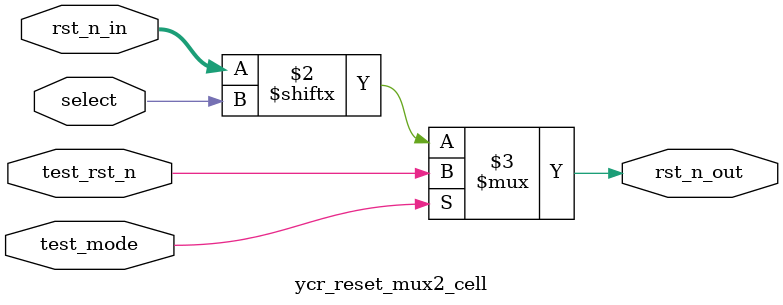
<source format=sv>

module ycr_reset_buf_cell (
    input   logic           rst_n,
    input   logic           clk,
    input   logic           test_mode,
    input   logic           test_rst_n,
    input   logic           reset_n_in,
    output  logic           reset_n_out,
    output  logic           reset_n_status
);

logic       reset_n_ff;
logic       reset_n_status_ff;
logic       rst_n_mux;

assign rst_n_mux = (test_mode == 1'b1) ? test_rst_n : rst_n;

always_ff @(negedge rst_n_mux, posedge clk) begin
    if (~rst_n_mux) begin
        reset_n_ff <= 1'b0;
    end else begin
        reset_n_ff <= reset_n_in;
    end
end

assign reset_n_out = (test_mode == 1'b1) ? test_rst_n : reset_n_ff;

always_ff @(negedge rst_n_mux, posedge clk) begin
    if (~rst_n_mux) begin
        reset_n_status_ff <= 1'b0;
    end else begin
        reset_n_status_ff <= reset_n_in;
    end
end
assign reset_n_status = reset_n_status_ff;

endmodule : ycr_reset_buf_cell

//--------------------------------------------------------------------
// Reset CDC Synchronization Cell
//--------------------------------------------------------------------
module ycr_reset_sync_cell #(
    parameter int unsigned STAGES_AMOUNT = 2
) (
    input   logic           rst_n,
    input   logic           clk,
    input   logic           test_rst_n,
    input   logic           test_mode,
    input   logic           rst_n_in,
    output  logic           rst_n_out
);

logic [STAGES_AMOUNT-1:0]   rst_n_dff;
logic                       local_rst_n_in;

assign local_rst_n_in = (test_mode == 1'b1) ? test_rst_n : rst_n;

generate

if (STAGES_AMOUNT == 1)

begin : gen_reset_sync_cell_single
    always_ff @(negedge local_rst_n_in, posedge clk) begin
        if (~local_rst_n_in) begin
            rst_n_dff <= 1'b0;
        end else begin
            rst_n_dff <= rst_n_in;
        end
    end
end : gen_reset_sync_cell_single

else // STAGES_AMOUNT > 1

begin : gen_reset_sync_cell_multi
    always_ff @(negedge local_rst_n_in, posedge clk)
    begin
        if (~local_rst_n_in) begin
            rst_n_dff <= '0;
        end else begin
            rst_n_dff <= {rst_n_dff[STAGES_AMOUNT-2:0], rst_n_in};
        end
    end
end : gen_reset_sync_cell_multi

endgenerate

assign rst_n_out = (test_mode == 1'b1) ? test_rst_n : rst_n_dff[STAGES_AMOUNT-1];

endmodule : ycr_reset_sync_cell

//--------------------------------------------------------------------
// Data CDC/RDC Synchronization Cell
//--------------------------------------------------------------------
module ycr_data_sync_cell #(
    parameter int unsigned  STAGES_AMOUNT = 1
) (
    input   logic           rst_n,
    input   logic           clk,
    input   logic           data_in,
    output  logic           data_out
);

logic [STAGES_AMOUNT-1:0] data_dff;

generate

if (STAGES_AMOUNT == 1)

begin : gen_data_sync_cell_single
    always_ff @(negedge rst_n, posedge clk)
    begin
        if (~rst_n) begin
            data_dff <= 1'b0;
        end else begin
            data_dff <= data_in;
        end
    end
end : gen_data_sync_cell_single

else // STAGES_AMOUNT > 1

begin : gen_data_sync_cell_multi
    always_ff @(negedge rst_n, posedge clk)
    begin
        if (~rst_n) begin
            data_dff <= '0;
        end else begin
            data_dff <= {data_dff[STAGES_AMOUNT-2:0], data_in};
        end
    end
end : gen_data_sync_cell_multi

endgenerate

assign data_out = data_dff[STAGES_AMOUNT-1];

endmodule : ycr_data_sync_cell

//--------------------------------------------------------------------
// Reset / RDC Qualifyer Adapter Cell
//   (Reset Generation Cell w/ RDC Qualifyer Adaptation circuitry)
//--------------------------------------------------------------------
// Total stages amount =
//    1 Front Sync stage \
//  + 1 (delay introduced by the reset output buffer register)
//--------------------------------------------------------------------
module ycr_reset_qlfy_adapter_cell_sync (
    input   logic           rst_n,
    input   logic           clk,
    input   logic           test_rst_n,
    input   logic           test_mode,
    input   logic           reset_n_in_sync,
    output  logic           reset_n_out_qlfy,
    output  logic           reset_n_out,
    output  logic           reset_n_status
);

logic rst_n_mux;
logic reset_n_front_ff;

// Front sync stage
assign rst_n_mux = (test_mode == 1'b1) ? test_rst_n : rst_n;

always_ff @(negedge rst_n_mux, posedge clk) begin
    if (~rst_n_mux) begin
        reset_n_front_ff    <= 1'b0;
    end else begin
        reset_n_front_ff    <= reset_n_in_sync;
    end
end

//   Sync reset output for all reset qualifier chains targeting this reset domain
// (for reset-domain-crossings with the given reset domain as a destination).
assign reset_n_out_qlfy = reset_n_front_ff;

// Reset output buffer
ycr_reset_buf_cell
i_reset_output_buf (
    .rst_n              (rst_n),
    .clk                (clk),
    .test_mode          (test_mode),
    .test_rst_n         (test_rst_n),
    .reset_n_in         (reset_n_front_ff),
    .reset_n_out        (reset_n_out),
    .reset_n_status     (reset_n_status)
);

endmodule : ycr_reset_qlfy_adapter_cell_sync

module ycr_reset_and2_cell (
    input   logic [1:0]     rst_n_in,
    input   logic           test_rst_n,
    input   logic           test_mode,
    output  logic           rst_n_out
);

assign rst_n_out = (test_mode == 1'b1) ? test_rst_n : (&rst_n_in);

endmodule : ycr_reset_and2_cell


module ycr_reset_and3_cell (
    input   logic [2:0]     rst_n_in,
    input   logic           test_rst_n,
    input   logic           test_mode,
    output  logic           rst_n_out
);

assign rst_n_out = (test_mode == 1'b1) ? test_rst_n : (&rst_n_in);

endmodule : ycr_reset_and3_cell


module ycr_reset_mux2_cell (
    input   logic [1:0]     rst_n_in,
    input   logic           select,
    input   logic           test_rst_n,
    input   logic           test_mode,
    output  logic           rst_n_out
);

assign rst_n_out = (test_mode == 1'b1) ? test_rst_n : rst_n_in[select];

endmodule : ycr_reset_mux2_cell

</source>
